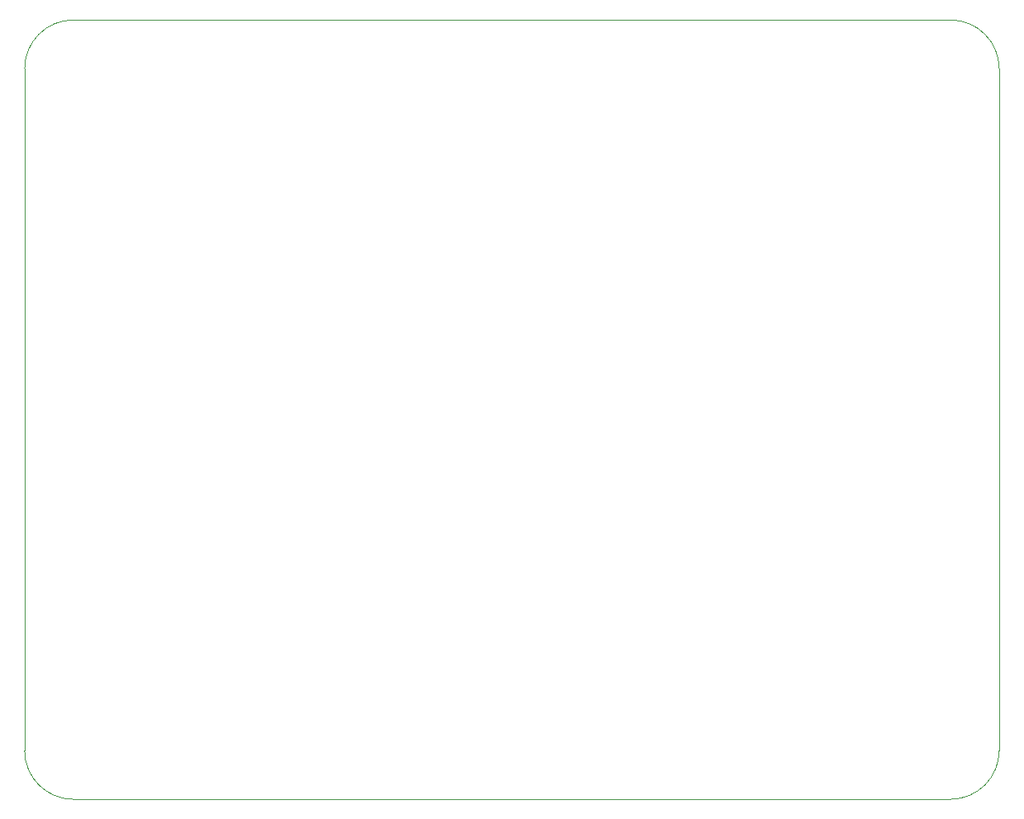
<source format=gbr>
G04 #@! TF.GenerationSoftware,KiCad,Pcbnew,(5.1.5)-3*
G04 #@! TF.CreationDate,2020-07-01T12:58:20+02:00*
G04 #@! TF.ProjectId,PIC18F45K22 Board,50494331-3846-4343-954b-323220426f61,rev?*
G04 #@! TF.SameCoordinates,Original*
G04 #@! TF.FileFunction,Profile,NP*
%FSLAX46Y46*%
G04 Gerber Fmt 4.6, Leading zero omitted, Abs format (unit mm)*
G04 Created by KiCad (PCBNEW (5.1.5)-3) date 2020-07-01 12:58:20*
%MOMM*%
%LPD*%
G04 APERTURE LIST*
%ADD10C,0.050000*%
G04 APERTURE END LIST*
D10*
X54999890Y-149999700D02*
G75*
G02X49999900Y-144999710I0J4999990D01*
G01*
X49999900Y-74999850D02*
G75*
G02X54999890Y-69999860I4999990J0D01*
G01*
X144999710Y-69999860D02*
G75*
G02X149999700Y-74999850I0J-4999990D01*
G01*
X149999700Y-144999710D02*
G75*
G02X144999710Y-149999700I-4999990J0D01*
G01*
X50000000Y-75000000D02*
X50000000Y-145000000D01*
X145000000Y-70000000D02*
X55000000Y-70000000D01*
X149999700Y-144999710D02*
X150000000Y-75000000D01*
X55000000Y-150000000D02*
X144999710Y-149999700D01*
M02*

</source>
